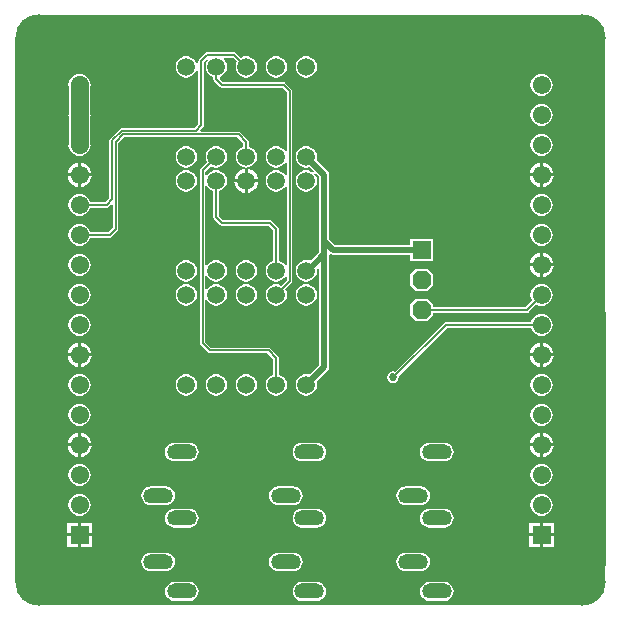
<source format=gbl>
G04 Layer_Physical_Order=2*
G04 Layer_Color=11436288*
%FSLAX23Y23*%
%MOIN*%
G70*
G01*
G75*
%ADD18C,0.008*%
%ADD19C,0.060*%
%ADD20C,0.020*%
%ADD22C,0.006*%
G04:AMPARAMS|DCode=23|XSize=100mil|YSize=50mil|CornerRadius=25mil|HoleSize=0mil|Usage=FLASHONLY|Rotation=180.000|XOffset=0mil|YOffset=0mil|HoleType=Round|Shape=RoundedRectangle|*
%AMROUNDEDRECTD23*
21,1,0.100,0.000,0,0,180.0*
21,1,0.050,0.050,0,0,180.0*
1,1,0.050,-0.025,0.000*
1,1,0.050,0.025,0.000*
1,1,0.050,0.025,0.000*
1,1,0.050,-0.025,0.000*
%
%ADD23ROUNDEDRECTD23*%
%ADD24P,0.067X8X292.5*%
%ADD25R,0.062X0.062*%
%ADD26R,0.061X0.061*%
%ADD27C,0.061*%
%ADD28C,0.059*%
%ADD29C,0.158*%
%ADD30C,0.050*%
%ADD31C,0.027*%
G36*
X1837Y1969D02*
X1889Y1969D01*
X1948Y1929D01*
X1968Y1890D01*
X1968Y1839D01*
X1968Y1839D01*
X1969Y132D01*
X1968Y132D01*
X1968Y79D01*
X1929Y20D01*
X1889Y0D01*
X1791Y0D01*
Y0D01*
X1771D01*
Y-0D01*
X1643D01*
Y0D01*
X325D01*
Y0D01*
X196D01*
Y0D01*
X177D01*
Y0D01*
X78Y0D01*
X19Y39D01*
X-0Y79D01*
X-0Y177D01*
X-0D01*
X-0Y197D01*
X-0D01*
Y1672D01*
X-1Y1836D01*
X-0Y1836D01*
X-0Y1890D01*
X39Y1949D01*
X78Y1969D01*
X130Y1969D01*
X130Y1969D01*
X1836Y1969D01*
X1837Y1969D01*
D02*
G37*
%LPC*%
G36*
X1750Y530D02*
X1715D01*
X1715Y524D01*
X1719Y515D01*
X1726Y506D01*
X1734Y500D01*
X1744Y496D01*
X1750Y495D01*
Y530D01*
D02*
G37*
G36*
X255D02*
X220D01*
Y495D01*
X225Y496D01*
X235Y500D01*
X244Y506D01*
X250Y515D01*
X254Y524D01*
X255Y530D01*
D02*
G37*
G36*
X1795D02*
X1760D01*
Y495D01*
X1765Y496D01*
X1775Y500D01*
X1784Y506D01*
X1790Y515D01*
X1794Y524D01*
X1795Y530D01*
D02*
G37*
G36*
X220Y575D02*
Y540D01*
X255D01*
X254Y546D01*
X250Y555D01*
X244Y564D01*
X235Y570D01*
X225Y575D01*
X220Y575D01*
D02*
G37*
G36*
X210D02*
X204Y575D01*
X194Y570D01*
X186Y564D01*
X179Y555D01*
X175Y546D01*
X175Y540D01*
X210D01*
Y575D01*
D02*
G37*
G36*
Y530D02*
X175D01*
X175Y524D01*
X179Y515D01*
X186Y506D01*
X194Y500D01*
X204Y496D01*
X210Y495D01*
Y530D01*
D02*
G37*
G36*
X1755Y472D02*
X1745Y471D01*
X1736Y467D01*
X1729Y461D01*
X1723Y453D01*
X1719Y445D01*
X1718Y435D01*
X1719Y425D01*
X1723Y417D01*
X1729Y409D01*
X1736Y403D01*
X1745Y399D01*
X1755Y398D01*
X1764Y399D01*
X1773Y403D01*
X1781Y409D01*
X1787Y417D01*
X1790Y425D01*
X1792Y435D01*
X1790Y445D01*
X1787Y453D01*
X1781Y461D01*
X1773Y467D01*
X1764Y471D01*
X1755Y472D01*
D02*
G37*
G36*
X215D02*
X205Y471D01*
X196Y467D01*
X189Y461D01*
X183Y453D01*
X179Y445D01*
X178Y435D01*
X179Y425D01*
X183Y417D01*
X189Y409D01*
X196Y403D01*
X205Y399D01*
X215Y398D01*
X224Y399D01*
X233Y403D01*
X241Y409D01*
X247Y417D01*
X250Y425D01*
X252Y435D01*
X250Y445D01*
X247Y453D01*
X241Y461D01*
X233Y467D01*
X224Y471D01*
X215Y472D01*
D02*
G37*
G36*
X581Y542D02*
X531D01*
X523Y541D01*
X515Y538D01*
X509Y533D01*
X504Y527D01*
X501Y519D01*
X500Y511D01*
X501Y503D01*
X504Y496D01*
X509Y489D01*
X515Y484D01*
X523Y481D01*
X531Y480D01*
X581D01*
X589Y481D01*
X597Y484D01*
X603Y489D01*
X608Y496D01*
X611Y503D01*
X612Y511D01*
X611Y519D01*
X608Y527D01*
X603Y533D01*
X597Y538D01*
X589Y541D01*
X581Y542D01*
D02*
G37*
G36*
X1431D02*
X1381D01*
X1373Y541D01*
X1365Y538D01*
X1359Y533D01*
X1354Y527D01*
X1351Y519D01*
X1350Y511D01*
X1351Y503D01*
X1354Y496D01*
X1359Y489D01*
X1365Y484D01*
X1373Y481D01*
X1381Y480D01*
X1431D01*
X1439Y481D01*
X1447Y484D01*
X1453Y489D01*
X1458Y496D01*
X1461Y503D01*
X1462Y511D01*
X1461Y519D01*
X1458Y527D01*
X1453Y533D01*
X1447Y538D01*
X1439Y541D01*
X1431Y542D01*
D02*
G37*
G36*
X1006D02*
X956D01*
X948Y541D01*
X940Y538D01*
X934Y533D01*
X929Y527D01*
X926Y519D01*
X925Y511D01*
X926Y503D01*
X929Y496D01*
X934Y489D01*
X940Y484D01*
X948Y481D01*
X956Y480D01*
X1006D01*
X1014Y481D01*
X1022Y484D01*
X1028Y489D01*
X1033Y496D01*
X1036Y503D01*
X1037Y511D01*
X1036Y519D01*
X1033Y527D01*
X1028Y533D01*
X1022Y538D01*
X1014Y541D01*
X1006Y542D01*
D02*
G37*
G36*
X670Y771D02*
X661Y770D01*
X652Y766D01*
X645Y760D01*
X639Y753D01*
X636Y744D01*
X635Y735D01*
X636Y726D01*
X639Y717D01*
X645Y710D01*
X652Y704D01*
X661Y700D01*
X670Y699D01*
X680Y700D01*
X688Y704D01*
X696Y710D01*
X701Y717D01*
X705Y726D01*
X706Y735D01*
X705Y744D01*
X701Y753D01*
X696Y760D01*
X688Y766D01*
X680Y770D01*
X670Y771D01*
D02*
G37*
G36*
X570D02*
X561Y770D01*
X552Y766D01*
X545Y760D01*
X539Y753D01*
X536Y744D01*
X535Y735D01*
X536Y726D01*
X539Y717D01*
X545Y710D01*
X552Y704D01*
X561Y700D01*
X570Y699D01*
X580Y700D01*
X588Y704D01*
X596Y710D01*
X601Y717D01*
X605Y726D01*
X606Y735D01*
X605Y744D01*
X601Y753D01*
X596Y760D01*
X588Y766D01*
X580Y770D01*
X570Y771D01*
D02*
G37*
G36*
X770D02*
X761Y770D01*
X752Y766D01*
X745Y760D01*
X739Y753D01*
X736Y744D01*
X735Y735D01*
X736Y726D01*
X739Y717D01*
X745Y710D01*
X752Y704D01*
X761Y700D01*
X770Y699D01*
X780Y700D01*
X788Y704D01*
X796Y710D01*
X801Y717D01*
X805Y726D01*
X806Y735D01*
X805Y744D01*
X801Y753D01*
X796Y760D01*
X788Y766D01*
X780Y770D01*
X770Y771D01*
D02*
G37*
G36*
X255Y830D02*
X220D01*
Y795D01*
X225Y796D01*
X235Y800D01*
X244Y806D01*
X250Y815D01*
X254Y824D01*
X255Y830D01*
D02*
G37*
G36*
X210D02*
X175D01*
X175Y824D01*
X179Y815D01*
X186Y806D01*
X194Y800D01*
X204Y796D01*
X210Y795D01*
Y830D01*
D02*
G37*
G36*
X1755Y772D02*
X1745Y771D01*
X1736Y767D01*
X1729Y761D01*
X1723Y753D01*
X1719Y745D01*
X1718Y735D01*
X1719Y725D01*
X1723Y717D01*
X1729Y709D01*
X1736Y703D01*
X1745Y699D01*
X1755Y698D01*
X1764Y699D01*
X1773Y703D01*
X1781Y709D01*
X1787Y717D01*
X1790Y725D01*
X1792Y735D01*
X1790Y745D01*
X1787Y753D01*
X1781Y761D01*
X1773Y767D01*
X1764Y771D01*
X1755Y772D01*
D02*
G37*
G36*
X1760Y575D02*
Y540D01*
X1795D01*
X1794Y546D01*
X1790Y555D01*
X1784Y564D01*
X1775Y570D01*
X1765Y575D01*
X1760Y575D01*
D02*
G37*
G36*
X1750D02*
X1744Y575D01*
X1734Y570D01*
X1726Y564D01*
X1719Y555D01*
X1715Y546D01*
X1715Y540D01*
X1750D01*
Y575D01*
D02*
G37*
G36*
X215Y672D02*
X205Y671D01*
X196Y667D01*
X189Y661D01*
X183Y653D01*
X179Y645D01*
X178Y635D01*
X179Y625D01*
X183Y617D01*
X189Y609D01*
X196Y603D01*
X205Y599D01*
X215Y598D01*
X224Y599D01*
X233Y603D01*
X241Y609D01*
X247Y617D01*
X250Y625D01*
X252Y635D01*
X250Y645D01*
X247Y653D01*
X241Y661D01*
X233Y667D01*
X224Y671D01*
X215Y672D01*
D02*
G37*
G36*
Y772D02*
X205Y771D01*
X196Y767D01*
X189Y761D01*
X183Y753D01*
X179Y745D01*
X178Y735D01*
X179Y725D01*
X183Y717D01*
X189Y709D01*
X196Y703D01*
X205Y699D01*
X215Y698D01*
X224Y699D01*
X233Y703D01*
X241Y709D01*
X247Y717D01*
X250Y725D01*
X252Y735D01*
X250Y745D01*
X247Y753D01*
X241Y761D01*
X233Y767D01*
X224Y771D01*
X215Y772D01*
D02*
G37*
G36*
X1755Y672D02*
X1745Y671D01*
X1736Y667D01*
X1729Y661D01*
X1723Y653D01*
X1719Y645D01*
X1718Y635D01*
X1719Y625D01*
X1723Y617D01*
X1729Y609D01*
X1736Y603D01*
X1745Y599D01*
X1755Y598D01*
X1764Y599D01*
X1773Y603D01*
X1781Y609D01*
X1787Y617D01*
X1790Y625D01*
X1792Y635D01*
X1790Y645D01*
X1787Y653D01*
X1781Y661D01*
X1773Y667D01*
X1764Y671D01*
X1755Y672D01*
D02*
G37*
G36*
X255Y230D02*
X220D01*
Y195D01*
X255D01*
Y230D01*
D02*
G37*
G36*
X210D02*
X174D01*
Y195D01*
X210D01*
Y230D01*
D02*
G37*
G36*
X1750D02*
X1714D01*
Y195D01*
X1750D01*
Y230D01*
D02*
G37*
G36*
X210Y276D02*
X174D01*
Y240D01*
X210D01*
Y276D01*
D02*
G37*
G36*
X1795Y230D02*
X1760D01*
Y195D01*
X1795D01*
Y230D01*
D02*
G37*
G36*
X1352Y176D02*
X1302D01*
X1294Y175D01*
X1287Y172D01*
X1280Y167D01*
X1275Y161D01*
X1272Y153D01*
X1271Y145D01*
X1272Y137D01*
X1275Y129D01*
X1280Y123D01*
X1287Y118D01*
X1294Y115D01*
X1302Y114D01*
X1352D01*
X1360Y115D01*
X1368Y118D01*
X1374Y123D01*
X1379Y129D01*
X1383Y137D01*
X1384Y145D01*
X1383Y153D01*
X1379Y161D01*
X1374Y167D01*
X1368Y172D01*
X1360Y175D01*
X1352Y176D01*
D02*
G37*
G36*
X1006Y78D02*
X956D01*
X948Y77D01*
X940Y74D01*
X934Y69D01*
X929Y62D01*
X926Y55D01*
X925Y47D01*
X926Y39D01*
X929Y31D01*
X934Y25D01*
X940Y20D01*
X948Y16D01*
X956Y15D01*
X1006D01*
X1014Y16D01*
X1022Y20D01*
X1028Y25D01*
X1033Y31D01*
X1036Y39D01*
X1037Y47D01*
X1036Y55D01*
X1033Y62D01*
X1028Y69D01*
X1022Y74D01*
X1014Y77D01*
X1006Y78D01*
D02*
G37*
G36*
X581D02*
X531D01*
X523Y77D01*
X515Y74D01*
X509Y69D01*
X504Y62D01*
X501Y55D01*
X500Y47D01*
X501Y39D01*
X504Y31D01*
X509Y25D01*
X515Y20D01*
X523Y16D01*
X531Y15D01*
X581D01*
X589Y16D01*
X597Y20D01*
X603Y25D01*
X608Y31D01*
X611Y39D01*
X612Y47D01*
X611Y55D01*
X608Y62D01*
X603Y69D01*
X597Y74D01*
X589Y77D01*
X581Y78D01*
D02*
G37*
G36*
X1431D02*
X1381D01*
X1373Y77D01*
X1365Y74D01*
X1359Y69D01*
X1354Y62D01*
X1351Y55D01*
X1350Y47D01*
X1351Y39D01*
X1354Y31D01*
X1359Y25D01*
X1365Y20D01*
X1373Y16D01*
X1381Y15D01*
X1431D01*
X1439Y16D01*
X1447Y20D01*
X1453Y25D01*
X1458Y31D01*
X1461Y39D01*
X1462Y47D01*
X1461Y55D01*
X1458Y62D01*
X1453Y69D01*
X1447Y74D01*
X1439Y77D01*
X1431Y78D01*
D02*
G37*
G36*
X927Y176D02*
X877D01*
X869Y175D01*
X862Y172D01*
X855Y167D01*
X850Y161D01*
X847Y153D01*
X846Y145D01*
X847Y137D01*
X850Y129D01*
X855Y123D01*
X862Y118D01*
X869Y115D01*
X877Y114D01*
X927D01*
X935Y115D01*
X943Y118D01*
X949Y123D01*
X954Y129D01*
X958Y137D01*
X959Y145D01*
X958Y153D01*
X954Y161D01*
X949Y167D01*
X943Y172D01*
X935Y175D01*
X927Y176D01*
D02*
G37*
G36*
X502D02*
X452D01*
X444Y175D01*
X437Y172D01*
X430Y167D01*
X425Y161D01*
X422Y153D01*
X421Y145D01*
X422Y137D01*
X425Y129D01*
X430Y123D01*
X437Y118D01*
X444Y115D01*
X452Y114D01*
X502D01*
X510Y115D01*
X518Y118D01*
X524Y123D01*
X529Y129D01*
X533Y137D01*
X534Y145D01*
X533Y153D01*
X529Y161D01*
X524Y167D01*
X518Y172D01*
X510Y175D01*
X502Y176D01*
D02*
G37*
G36*
X1755Y372D02*
X1745Y371D01*
X1736Y367D01*
X1729Y361D01*
X1723Y353D01*
X1719Y345D01*
X1718Y335D01*
X1719Y325D01*
X1723Y317D01*
X1729Y309D01*
X1736Y303D01*
X1745Y299D01*
X1755Y298D01*
X1764Y299D01*
X1773Y303D01*
X1781Y309D01*
X1787Y317D01*
X1790Y325D01*
X1792Y335D01*
X1790Y345D01*
X1787Y353D01*
X1781Y361D01*
X1773Y367D01*
X1764Y371D01*
X1755Y372D01*
D02*
G37*
G36*
X215D02*
X205Y371D01*
X196Y367D01*
X189Y361D01*
X183Y353D01*
X179Y345D01*
X178Y335D01*
X179Y325D01*
X183Y317D01*
X189Y309D01*
X196Y303D01*
X205Y299D01*
X215Y298D01*
X224Y299D01*
X233Y303D01*
X241Y309D01*
X247Y317D01*
X250Y325D01*
X252Y335D01*
X250Y345D01*
X247Y353D01*
X241Y361D01*
X233Y367D01*
X224Y371D01*
X215Y372D01*
D02*
G37*
G36*
X502Y397D02*
X452D01*
X444Y396D01*
X437Y393D01*
X430Y388D01*
X425Y381D01*
X422Y374D01*
X421Y366D01*
X422Y357D01*
X425Y350D01*
X430Y343D01*
X437Y338D01*
X444Y335D01*
X452Y334D01*
X502D01*
X510Y335D01*
X518Y338D01*
X524Y343D01*
X529Y350D01*
X533Y357D01*
X534Y366D01*
X533Y374D01*
X529Y381D01*
X524Y388D01*
X518Y393D01*
X510Y396D01*
X502Y397D01*
D02*
G37*
G36*
X1352D02*
X1302D01*
X1294Y396D01*
X1287Y393D01*
X1280Y388D01*
X1275Y381D01*
X1272Y374D01*
X1271Y366D01*
X1272Y357D01*
X1275Y350D01*
X1280Y343D01*
X1287Y338D01*
X1294Y335D01*
X1302Y334D01*
X1352D01*
X1360Y335D01*
X1368Y338D01*
X1374Y343D01*
X1379Y350D01*
X1383Y357D01*
X1384Y366D01*
X1383Y374D01*
X1379Y381D01*
X1374Y388D01*
X1368Y393D01*
X1360Y396D01*
X1352Y397D01*
D02*
G37*
G36*
X927D02*
X877D01*
X869Y396D01*
X862Y393D01*
X855Y388D01*
X850Y381D01*
X847Y374D01*
X846Y366D01*
X847Y357D01*
X850Y350D01*
X855Y343D01*
X862Y338D01*
X869Y335D01*
X877Y334D01*
X927D01*
X935Y335D01*
X943Y338D01*
X949Y343D01*
X954Y350D01*
X958Y357D01*
X959Y366D01*
X958Y374D01*
X954Y381D01*
X949Y388D01*
X943Y393D01*
X935Y396D01*
X927Y397D01*
D02*
G37*
G36*
X1431Y322D02*
X1381D01*
X1373Y321D01*
X1365Y318D01*
X1359Y313D01*
X1354Y306D01*
X1351Y299D01*
X1350Y291D01*
X1351Y283D01*
X1354Y275D01*
X1359Y269D01*
X1365Y264D01*
X1373Y261D01*
X1381Y259D01*
X1431D01*
X1439Y261D01*
X1447Y264D01*
X1453Y269D01*
X1458Y275D01*
X1461Y283D01*
X1462Y291D01*
X1461Y299D01*
X1458Y306D01*
X1453Y313D01*
X1447Y318D01*
X1439Y321D01*
X1431Y322D01*
D02*
G37*
G36*
X1750Y276D02*
X1714D01*
Y240D01*
X1750D01*
Y276D01*
D02*
G37*
G36*
X255D02*
X220D01*
Y240D01*
X255D01*
Y276D01*
D02*
G37*
G36*
X1795D02*
X1760D01*
Y240D01*
X1795D01*
Y276D01*
D02*
G37*
G36*
X1006Y322D02*
X956D01*
X948Y321D01*
X940Y318D01*
X934Y313D01*
X929Y306D01*
X926Y299D01*
X925Y291D01*
X926Y283D01*
X929Y275D01*
X934Y269D01*
X940Y264D01*
X948Y261D01*
X956Y259D01*
X1006D01*
X1014Y261D01*
X1022Y264D01*
X1028Y269D01*
X1033Y275D01*
X1036Y283D01*
X1037Y291D01*
X1036Y299D01*
X1033Y306D01*
X1028Y313D01*
X1022Y318D01*
X1014Y321D01*
X1006Y322D01*
D02*
G37*
G36*
X581D02*
X531D01*
X523Y321D01*
X515Y318D01*
X509Y313D01*
X504Y306D01*
X501Y299D01*
X500Y291D01*
X501Y283D01*
X504Y275D01*
X509Y269D01*
X515Y264D01*
X523Y261D01*
X531Y259D01*
X581D01*
X589Y261D01*
X597Y264D01*
X603Y269D01*
X608Y275D01*
X611Y283D01*
X612Y291D01*
X611Y299D01*
X608Y306D01*
X603Y313D01*
X597Y318D01*
X589Y321D01*
X581Y322D01*
D02*
G37*
G36*
X1750Y830D02*
X1715D01*
X1715Y824D01*
X1719Y815D01*
X1726Y806D01*
X1734Y800D01*
X1744Y796D01*
X1750Y795D01*
Y830D01*
D02*
G37*
G36*
X765Y1454D02*
X760Y1454D01*
X750Y1450D01*
X742Y1443D01*
X736Y1435D01*
X732Y1425D01*
X731Y1420D01*
X765D01*
Y1454D01*
D02*
G37*
G36*
X1795Y1430D02*
X1760D01*
Y1395D01*
X1765Y1396D01*
X1775Y1400D01*
X1784Y1406D01*
X1790Y1415D01*
X1794Y1424D01*
X1795Y1430D01*
D02*
G37*
G36*
X775Y1454D02*
Y1420D01*
X810D01*
X809Y1425D01*
X805Y1435D01*
X799Y1443D01*
X790Y1450D01*
X781Y1454D01*
X775Y1454D01*
D02*
G37*
G36*
X220Y1475D02*
Y1440D01*
X255D01*
X254Y1446D01*
X250Y1455D01*
X244Y1464D01*
X235Y1470D01*
X225Y1474D01*
X220Y1475D01*
D02*
G37*
G36*
X210D02*
X204Y1474D01*
X194Y1470D01*
X186Y1464D01*
X179Y1455D01*
X175Y1446D01*
X175Y1440D01*
X210D01*
Y1475D01*
D02*
G37*
G36*
X1750Y1430D02*
X1715D01*
X1715Y1424D01*
X1719Y1415D01*
X1726Y1406D01*
X1734Y1400D01*
X1744Y1396D01*
X1750Y1395D01*
Y1430D01*
D02*
G37*
G36*
X810Y1410D02*
X775D01*
Y1376D01*
X781Y1376D01*
X790Y1380D01*
X799Y1387D01*
X805Y1395D01*
X809Y1405D01*
X810Y1410D01*
D02*
G37*
G36*
X765D02*
X731D01*
X732Y1405D01*
X736Y1395D01*
X742Y1387D01*
X750Y1380D01*
X760Y1376D01*
X765Y1376D01*
Y1410D01*
D02*
G37*
G36*
X570Y1451D02*
X561Y1450D01*
X552Y1446D01*
X545Y1440D01*
X539Y1433D01*
X536Y1424D01*
X535Y1415D01*
X536Y1406D01*
X539Y1397D01*
X545Y1390D01*
X552Y1384D01*
X561Y1380D01*
X570Y1379D01*
X580Y1380D01*
X588Y1384D01*
X596Y1390D01*
X601Y1397D01*
X605Y1406D01*
X606Y1415D01*
X605Y1424D01*
X601Y1433D01*
X596Y1440D01*
X588Y1446D01*
X580Y1450D01*
X570Y1451D01*
D02*
G37*
G36*
X255Y1430D02*
X220D01*
Y1395D01*
X225Y1396D01*
X235Y1400D01*
X244Y1406D01*
X250Y1415D01*
X254Y1424D01*
X255Y1430D01*
D02*
G37*
G36*
X210D02*
X175D01*
X175Y1424D01*
X179Y1415D01*
X186Y1406D01*
X194Y1400D01*
X204Y1396D01*
X210Y1395D01*
Y1430D01*
D02*
G37*
G36*
X1755Y1772D02*
X1745Y1771D01*
X1736Y1767D01*
X1729Y1761D01*
X1723Y1753D01*
X1719Y1745D01*
X1718Y1735D01*
X1719Y1725D01*
X1723Y1717D01*
X1729Y1709D01*
X1736Y1703D01*
X1745Y1699D01*
X1755Y1698D01*
X1764Y1699D01*
X1773Y1703D01*
X1781Y1709D01*
X1787Y1717D01*
X1790Y1725D01*
X1792Y1735D01*
X1790Y1745D01*
X1787Y1753D01*
X1781Y1761D01*
X1773Y1767D01*
X1764Y1771D01*
X1755Y1772D01*
D02*
G37*
G36*
Y1672D02*
X1745Y1671D01*
X1736Y1667D01*
X1729Y1661D01*
X1723Y1653D01*
X1719Y1645D01*
X1718Y1635D01*
X1719Y1625D01*
X1723Y1617D01*
X1729Y1609D01*
X1736Y1603D01*
X1745Y1599D01*
X1755Y1598D01*
X1764Y1599D01*
X1773Y1603D01*
X1781Y1609D01*
X1787Y1617D01*
X1790Y1625D01*
X1792Y1635D01*
X1790Y1645D01*
X1787Y1653D01*
X1781Y1661D01*
X1773Y1667D01*
X1764Y1671D01*
X1755Y1672D01*
D02*
G37*
G36*
X870Y1831D02*
X861Y1830D01*
X852Y1826D01*
X845Y1820D01*
X839Y1813D01*
X836Y1804D01*
X835Y1795D01*
X836Y1786D01*
X839Y1777D01*
X845Y1770D01*
X852Y1764D01*
X861Y1760D01*
X870Y1759D01*
X880Y1760D01*
X888Y1764D01*
X896Y1770D01*
X901Y1777D01*
X905Y1786D01*
X906Y1795D01*
X905Y1804D01*
X901Y1813D01*
X896Y1820D01*
X888Y1826D01*
X880Y1830D01*
X870Y1831D01*
D02*
G37*
G36*
X730Y1844D02*
X640D01*
X636Y1843D01*
X634Y1841D01*
X614Y1821D01*
X612Y1819D01*
X611Y1815D01*
Y1798D01*
X606Y1798D01*
X605Y1804D01*
X601Y1813D01*
X596Y1820D01*
X588Y1826D01*
X580Y1830D01*
X570Y1831D01*
X561Y1830D01*
X552Y1826D01*
X545Y1820D01*
X539Y1813D01*
X536Y1804D01*
X535Y1795D01*
X536Y1786D01*
X539Y1777D01*
X545Y1770D01*
X552Y1764D01*
X561Y1760D01*
X570Y1759D01*
X580Y1760D01*
X588Y1764D01*
X596Y1770D01*
X601Y1777D01*
X605Y1786D01*
X606Y1792D01*
X611Y1792D01*
Y1604D01*
X598Y1591D01*
X355D01*
X352Y1590D01*
X349Y1588D01*
X317Y1556D01*
X315Y1553D01*
X314Y1550D01*
Y1357D01*
X301Y1344D01*
X250D01*
X250Y1345D01*
X247Y1353D01*
X241Y1361D01*
X233Y1367D01*
X224Y1371D01*
X215Y1372D01*
X205Y1371D01*
X196Y1367D01*
X189Y1361D01*
X183Y1353D01*
X179Y1345D01*
X178Y1335D01*
X179Y1325D01*
X183Y1317D01*
X189Y1309D01*
X196Y1303D01*
X205Y1299D01*
X215Y1298D01*
X224Y1299D01*
X233Y1303D01*
X241Y1309D01*
X247Y1317D01*
X250Y1325D01*
X250Y1326D01*
X305D01*
X309Y1327D01*
X312Y1329D01*
X321Y1338D01*
X326Y1336D01*
Y1259D01*
X311Y1244D01*
X250D01*
X250Y1245D01*
X247Y1253D01*
X241Y1261D01*
X233Y1267D01*
X224Y1271D01*
X215Y1272D01*
X205Y1271D01*
X196Y1267D01*
X189Y1261D01*
X183Y1253D01*
X179Y1245D01*
X178Y1235D01*
X179Y1225D01*
X183Y1217D01*
X189Y1209D01*
X196Y1203D01*
X205Y1199D01*
X215Y1198D01*
X224Y1199D01*
X233Y1203D01*
X241Y1209D01*
X247Y1217D01*
X250Y1225D01*
X250Y1226D01*
X315D01*
X319Y1227D01*
X322Y1229D01*
X341Y1249D01*
X343Y1251D01*
X344Y1255D01*
Y1541D01*
X364Y1561D01*
X741D01*
X761Y1541D01*
Y1530D01*
X761Y1530D01*
X752Y1526D01*
X745Y1520D01*
X739Y1513D01*
X736Y1504D01*
X735Y1495D01*
X736Y1486D01*
X739Y1477D01*
X745Y1470D01*
X752Y1464D01*
X761Y1460D01*
X768Y1460D01*
Y1459D01*
X770D01*
X770Y1459D01*
X771Y1459D01*
X773D01*
Y1460D01*
X780Y1460D01*
X788Y1464D01*
X796Y1470D01*
X801Y1477D01*
X805Y1486D01*
X806Y1495D01*
X805Y1504D01*
X801Y1513D01*
X796Y1520D01*
X788Y1526D01*
X780Y1530D01*
X780Y1530D01*
Y1545D01*
X779Y1548D01*
X777Y1551D01*
X751Y1576D01*
X749Y1578D01*
X745Y1579D01*
X619D01*
X617Y1584D01*
X626Y1594D01*
X628Y1596D01*
X629Y1597D01*
X629Y1600D01*
Y1811D01*
X640Y1822D01*
X644Y1819D01*
X639Y1813D01*
X636Y1804D01*
X635Y1795D01*
X636Y1786D01*
X639Y1777D01*
X645Y1770D01*
X652Y1764D01*
X661Y1760D01*
X661Y1760D01*
Y1755D01*
X662Y1751D01*
X664Y1748D01*
X684Y1729D01*
X686Y1727D01*
X687Y1726D01*
X690Y1726D01*
X891D01*
X906Y1711D01*
Y1515D01*
X904Y1514D01*
X901Y1514D01*
X896Y1520D01*
X888Y1526D01*
X880Y1530D01*
X870Y1531D01*
X861Y1530D01*
X852Y1526D01*
X845Y1520D01*
X839Y1513D01*
X836Y1504D01*
X835Y1495D01*
X836Y1486D01*
X839Y1477D01*
X845Y1470D01*
X852Y1464D01*
X861Y1460D01*
X870Y1459D01*
X880Y1460D01*
X888Y1464D01*
X896Y1470D01*
X901Y1476D01*
X904Y1476D01*
X906Y1475D01*
Y1435D01*
X904Y1434D01*
X901Y1434D01*
X896Y1440D01*
X888Y1446D01*
X880Y1450D01*
X870Y1451D01*
X861Y1450D01*
X852Y1446D01*
X845Y1440D01*
X839Y1433D01*
X836Y1424D01*
X835Y1415D01*
X836Y1406D01*
X839Y1397D01*
X845Y1390D01*
X852Y1384D01*
X861Y1380D01*
X870Y1379D01*
X880Y1380D01*
X888Y1384D01*
X896Y1390D01*
X901Y1396D01*
X904Y1396D01*
X906Y1395D01*
Y1135D01*
X904Y1134D01*
X901Y1134D01*
X896Y1140D01*
X888Y1146D01*
X880Y1150D01*
X880Y1150D01*
Y1255D01*
X879Y1258D01*
X877Y1261D01*
X856Y1281D01*
X854Y1283D01*
X850Y1284D01*
X694D01*
X680Y1298D01*
Y1380D01*
X680Y1380D01*
X688Y1384D01*
X696Y1390D01*
X701Y1397D01*
X705Y1406D01*
X706Y1415D01*
X705Y1424D01*
X701Y1433D01*
X696Y1440D01*
X688Y1446D01*
X680Y1450D01*
X670Y1451D01*
X661Y1450D01*
X652Y1446D01*
X645Y1440D01*
X639Y1433D01*
X639Y1432D01*
X634Y1433D01*
Y1446D01*
X652Y1464D01*
X652Y1464D01*
X661Y1460D01*
X670Y1459D01*
X680Y1460D01*
X688Y1464D01*
X696Y1470D01*
X701Y1477D01*
X705Y1486D01*
X706Y1495D01*
X705Y1504D01*
X701Y1513D01*
X696Y1520D01*
X688Y1526D01*
X680Y1530D01*
X670Y1531D01*
X661Y1530D01*
X652Y1526D01*
X645Y1520D01*
X639Y1513D01*
X636Y1504D01*
X635Y1495D01*
X636Y1486D01*
X639Y1477D01*
X639Y1477D01*
X619Y1456D01*
X617Y1453D01*
X616Y1450D01*
Y875D01*
X617Y871D01*
X619Y869D01*
X644Y844D01*
X646Y842D01*
X647Y841D01*
X650Y841D01*
X841D01*
X861Y821D01*
Y770D01*
X861Y770D01*
X852Y766D01*
X845Y760D01*
X839Y753D01*
X836Y744D01*
X835Y735D01*
X836Y726D01*
X839Y717D01*
X845Y710D01*
X852Y704D01*
X861Y700D01*
X870Y699D01*
X880Y700D01*
X888Y704D01*
X896Y710D01*
X901Y717D01*
X905Y726D01*
X906Y735D01*
X905Y744D01*
X901Y753D01*
X896Y760D01*
X888Y766D01*
X880Y770D01*
X880Y770D01*
Y825D01*
X879Y828D01*
X877Y831D01*
X851Y856D01*
X849Y858D01*
X845Y859D01*
X654D01*
X634Y879D01*
Y1017D01*
X639Y1018D01*
X639Y1017D01*
X645Y1010D01*
X652Y1004D01*
X661Y1000D01*
X670Y999D01*
X680Y1000D01*
X688Y1004D01*
X696Y1010D01*
X701Y1017D01*
X705Y1026D01*
X706Y1035D01*
X705Y1044D01*
X701Y1053D01*
X696Y1060D01*
X688Y1066D01*
X680Y1070D01*
X670Y1071D01*
X661Y1070D01*
X652Y1066D01*
X645Y1060D01*
X639Y1053D01*
X639Y1052D01*
X634Y1053D01*
Y1097D01*
X639Y1098D01*
X639Y1097D01*
X645Y1090D01*
X652Y1084D01*
X661Y1080D01*
X670Y1079D01*
X680Y1080D01*
X688Y1084D01*
X696Y1090D01*
X701Y1097D01*
X705Y1106D01*
X706Y1115D01*
X705Y1124D01*
X701Y1133D01*
X696Y1140D01*
X688Y1146D01*
X680Y1150D01*
X670Y1151D01*
X661Y1150D01*
X652Y1146D01*
X645Y1140D01*
X639Y1133D01*
X639Y1132D01*
X634Y1133D01*
Y1397D01*
X639Y1398D01*
X639Y1397D01*
X645Y1390D01*
X652Y1384D01*
X661Y1380D01*
X661Y1380D01*
Y1295D01*
X662Y1291D01*
X664Y1288D01*
X684Y1269D01*
X686Y1267D01*
X687Y1266D01*
X690Y1266D01*
X846D01*
X861Y1251D01*
Y1150D01*
X861Y1150D01*
X852Y1146D01*
X845Y1140D01*
X839Y1133D01*
X836Y1124D01*
X835Y1115D01*
X836Y1106D01*
X839Y1097D01*
X845Y1090D01*
X852Y1084D01*
X861Y1080D01*
X870Y1079D01*
X880Y1080D01*
X888Y1084D01*
X896Y1090D01*
X901Y1096D01*
X904Y1096D01*
X906Y1095D01*
Y1083D01*
X888Y1066D01*
X888Y1066D01*
X880Y1070D01*
X870Y1071D01*
X861Y1070D01*
X852Y1066D01*
X845Y1060D01*
X839Y1053D01*
X836Y1044D01*
X835Y1035D01*
X836Y1026D01*
X839Y1017D01*
X845Y1010D01*
X852Y1004D01*
X861Y1000D01*
X870Y999D01*
X880Y1000D01*
X888Y1004D01*
X896Y1010D01*
X901Y1017D01*
X905Y1026D01*
X906Y1035D01*
X905Y1044D01*
X901Y1053D01*
X901Y1053D01*
X921Y1073D01*
X923Y1076D01*
X924Y1080D01*
Y1715D01*
X923Y1719D01*
X921Y1721D01*
X901Y1741D01*
X899Y1743D01*
X895Y1744D01*
X694D01*
X682Y1756D01*
X683Y1762D01*
X688Y1764D01*
X696Y1770D01*
X701Y1777D01*
X705Y1786D01*
X706Y1795D01*
X705Y1804D01*
X701Y1813D01*
X696Y1820D01*
X695Y1821D01*
X696Y1826D01*
X727D01*
X739Y1813D01*
X739Y1813D01*
X736Y1804D01*
X735Y1795D01*
X736Y1786D01*
X739Y1777D01*
X745Y1770D01*
X752Y1764D01*
X761Y1760D01*
X770Y1759D01*
X780Y1760D01*
X788Y1764D01*
X796Y1770D01*
X801Y1777D01*
X805Y1786D01*
X806Y1795D01*
X805Y1804D01*
X801Y1813D01*
X796Y1820D01*
X788Y1826D01*
X780Y1830D01*
X770Y1831D01*
X761Y1830D01*
X752Y1826D01*
X752Y1826D01*
X737Y1841D01*
X734Y1843D01*
X730Y1844D01*
D02*
G37*
G36*
X970Y1831D02*
X961Y1830D01*
X952Y1826D01*
X945Y1820D01*
X939Y1813D01*
X936Y1804D01*
X935Y1795D01*
X936Y1786D01*
X939Y1777D01*
X945Y1770D01*
X952Y1764D01*
X961Y1760D01*
X970Y1759D01*
X980Y1760D01*
X988Y1764D01*
X996Y1770D01*
X1001Y1777D01*
X1005Y1786D01*
X1006Y1795D01*
X1005Y1804D01*
X1001Y1813D01*
X996Y1820D01*
X988Y1826D01*
X980Y1830D01*
X970Y1831D01*
D02*
G37*
G36*
X1755Y1572D02*
X1745Y1571D01*
X1736Y1567D01*
X1729Y1561D01*
X1723Y1553D01*
X1719Y1545D01*
X1718Y1535D01*
X1719Y1525D01*
X1723Y1517D01*
X1729Y1509D01*
X1736Y1503D01*
X1745Y1499D01*
X1755Y1498D01*
X1764Y1499D01*
X1773Y1503D01*
X1781Y1509D01*
X1787Y1517D01*
X1790Y1525D01*
X1792Y1535D01*
X1790Y1545D01*
X1787Y1553D01*
X1781Y1561D01*
X1773Y1567D01*
X1764Y1571D01*
X1755Y1572D01*
D02*
G37*
G36*
X1760Y1475D02*
Y1440D01*
X1795D01*
X1794Y1446D01*
X1790Y1455D01*
X1784Y1464D01*
X1775Y1470D01*
X1765Y1474D01*
X1760Y1475D01*
D02*
G37*
G36*
X1750D02*
X1744Y1474D01*
X1734Y1470D01*
X1726Y1464D01*
X1719Y1455D01*
X1715Y1446D01*
X1715Y1440D01*
X1750D01*
Y1475D01*
D02*
G37*
G36*
X970Y1531D02*
X961Y1530D01*
X952Y1526D01*
X945Y1520D01*
X939Y1513D01*
X936Y1504D01*
X935Y1495D01*
X936Y1486D01*
X939Y1477D01*
X945Y1470D01*
X952Y1464D01*
X961Y1460D01*
X970Y1459D01*
X980Y1460D01*
X981Y1461D01*
X996Y1447D01*
X992Y1443D01*
X988Y1446D01*
X980Y1450D01*
X970Y1451D01*
X961Y1450D01*
X952Y1446D01*
X945Y1440D01*
X939Y1433D01*
X936Y1424D01*
X935Y1415D01*
X936Y1406D01*
X939Y1397D01*
X945Y1390D01*
X952Y1384D01*
X961Y1380D01*
X970Y1379D01*
X980Y1380D01*
X988Y1384D01*
X996Y1390D01*
X1001Y1397D01*
X1005Y1406D01*
X1006Y1415D01*
X1005Y1424D01*
X1001Y1433D01*
X998Y1437D01*
X1002Y1440D01*
X1014Y1429D01*
Y1215D01*
Y1177D01*
X985Y1148D01*
X980Y1150D01*
X970Y1151D01*
X961Y1150D01*
X952Y1146D01*
X945Y1140D01*
X939Y1133D01*
X936Y1124D01*
X935Y1115D01*
X936Y1106D01*
X939Y1097D01*
X945Y1090D01*
X952Y1084D01*
X961Y1080D01*
X970Y1079D01*
X980Y1080D01*
X988Y1084D01*
X996Y1090D01*
X1001Y1097D01*
X1005Y1106D01*
X1006Y1115D01*
X1005Y1122D01*
X1009Y1126D01*
X1014Y1124D01*
Y801D01*
X981Y769D01*
X980Y770D01*
X970Y771D01*
X961Y770D01*
X952Y766D01*
X945Y760D01*
X939Y753D01*
X936Y744D01*
X935Y735D01*
X936Y726D01*
X939Y717D01*
X945Y710D01*
X952Y704D01*
X961Y700D01*
X970Y699D01*
X980Y700D01*
X988Y704D01*
X996Y710D01*
X1001Y717D01*
X1005Y726D01*
X1006Y735D01*
X1005Y744D01*
X1004Y746D01*
X1042Y783D01*
X1045Y788D01*
X1046Y795D01*
Y1169D01*
X1049Y1171D01*
X1051Y1172D01*
X1054Y1170D01*
X1060Y1169D01*
X1318D01*
Y1148D01*
X1392D01*
Y1222D01*
X1318D01*
Y1201D01*
X1067D01*
X1046Y1222D01*
Y1435D01*
X1045Y1442D01*
X1042Y1447D01*
X1004Y1484D01*
X1005Y1486D01*
X1006Y1495D01*
X1005Y1504D01*
X1001Y1513D01*
X996Y1520D01*
X988Y1526D01*
X980Y1530D01*
X970Y1531D01*
D02*
G37*
G36*
X215Y1772D02*
X205Y1771D01*
X196Y1767D01*
X189Y1761D01*
X183Y1753D01*
X179Y1745D01*
X178Y1735D01*
X179Y1731D01*
Y1639D01*
X178Y1635D01*
X179Y1631D01*
Y1539D01*
X178Y1535D01*
X179Y1525D01*
X183Y1517D01*
X189Y1509D01*
X196Y1503D01*
X205Y1499D01*
X215Y1498D01*
X224Y1499D01*
X233Y1503D01*
X241Y1509D01*
X247Y1517D01*
X250Y1525D01*
X252Y1535D01*
X251Y1539D01*
Y1631D01*
X252Y1635D01*
X251Y1639D01*
Y1731D01*
X252Y1735D01*
X250Y1745D01*
X247Y1753D01*
X241Y1761D01*
X233Y1767D01*
X224Y1771D01*
X215Y1772D01*
D02*
G37*
G36*
X570Y1531D02*
X561Y1530D01*
X552Y1526D01*
X545Y1520D01*
X539Y1513D01*
X536Y1504D01*
X535Y1495D01*
X536Y1486D01*
X539Y1477D01*
X545Y1470D01*
X552Y1464D01*
X561Y1460D01*
X570Y1459D01*
X580Y1460D01*
X588Y1464D01*
X596Y1470D01*
X601Y1477D01*
X605Y1486D01*
X606Y1495D01*
X605Y1504D01*
X601Y1513D01*
X596Y1520D01*
X588Y1526D01*
X580Y1530D01*
X570Y1531D01*
D02*
G37*
G36*
X1755Y1072D02*
X1745Y1071D01*
X1736Y1067D01*
X1729Y1061D01*
X1723Y1053D01*
X1719Y1045D01*
X1718Y1035D01*
X1719Y1025D01*
X1723Y1017D01*
X1701Y995D01*
X1392D01*
Y1003D01*
X1373Y1022D01*
X1337D01*
X1318Y1003D01*
Y966D01*
X1337Y948D01*
X1373D01*
X1392Y966D01*
Y975D01*
X1705D01*
X1709Y976D01*
X1712Y978D01*
X1737Y1003D01*
X1745Y999D01*
X1755Y998D01*
X1764Y999D01*
X1773Y1003D01*
X1781Y1009D01*
X1787Y1017D01*
X1790Y1025D01*
X1792Y1035D01*
X1790Y1045D01*
X1787Y1053D01*
X1781Y1061D01*
X1773Y1067D01*
X1764Y1071D01*
X1755Y1072D01*
D02*
G37*
G36*
Y972D02*
X1745Y971D01*
X1736Y967D01*
X1729Y961D01*
X1723Y953D01*
X1719Y945D01*
X1719Y944D01*
X1435D01*
X1432Y944D01*
X1432Y944D01*
X1429Y942D01*
X1266Y779D01*
X1260Y780D01*
X1252Y778D01*
X1246Y774D01*
X1242Y768D01*
X1240Y760D01*
X1242Y752D01*
X1246Y746D01*
X1252Y742D01*
X1260Y740D01*
X1268Y742D01*
X1274Y746D01*
X1278Y752D01*
X1280Y760D01*
X1279Y766D01*
X1439Y926D01*
X1719D01*
X1719Y925D01*
X1723Y917D01*
X1729Y909D01*
X1736Y903D01*
X1745Y899D01*
X1755Y898D01*
X1764Y899D01*
X1773Y903D01*
X1781Y909D01*
X1787Y917D01*
X1790Y925D01*
X1792Y935D01*
X1790Y945D01*
X1787Y953D01*
X1781Y961D01*
X1773Y967D01*
X1764Y971D01*
X1755Y972D01*
D02*
G37*
G36*
X215Y1072D02*
X205Y1071D01*
X196Y1067D01*
X189Y1061D01*
X183Y1053D01*
X179Y1045D01*
X178Y1035D01*
X179Y1025D01*
X183Y1017D01*
X189Y1009D01*
X196Y1003D01*
X205Y999D01*
X215Y998D01*
X224Y999D01*
X233Y1003D01*
X241Y1009D01*
X247Y1017D01*
X250Y1025D01*
X252Y1035D01*
X250Y1045D01*
X247Y1053D01*
X241Y1061D01*
X233Y1067D01*
X224Y1071D01*
X215Y1072D01*
D02*
G37*
G36*
X770Y1071D02*
X761Y1070D01*
X752Y1066D01*
X745Y1060D01*
X739Y1053D01*
X736Y1044D01*
X735Y1035D01*
X736Y1026D01*
X739Y1017D01*
X745Y1010D01*
X752Y1004D01*
X761Y1000D01*
X770Y999D01*
X780Y1000D01*
X788Y1004D01*
X796Y1010D01*
X801Y1017D01*
X805Y1026D01*
X806Y1035D01*
X805Y1044D01*
X801Y1053D01*
X796Y1060D01*
X788Y1066D01*
X780Y1070D01*
X770Y1071D01*
D02*
G37*
G36*
X570D02*
X561Y1070D01*
X552Y1066D01*
X545Y1060D01*
X539Y1053D01*
X536Y1044D01*
X535Y1035D01*
X536Y1026D01*
X539Y1017D01*
X545Y1010D01*
X552Y1004D01*
X561Y1000D01*
X570Y999D01*
X580Y1000D01*
X588Y1004D01*
X596Y1010D01*
X601Y1017D01*
X605Y1026D01*
X606Y1035D01*
X605Y1044D01*
X601Y1053D01*
X596Y1060D01*
X588Y1066D01*
X580Y1070D01*
X570Y1071D01*
D02*
G37*
G36*
X215Y972D02*
X205Y971D01*
X196Y967D01*
X189Y961D01*
X183Y953D01*
X179Y945D01*
X178Y935D01*
X179Y925D01*
X183Y917D01*
X189Y909D01*
X196Y903D01*
X205Y899D01*
X215Y898D01*
X224Y899D01*
X233Y903D01*
X241Y909D01*
X247Y917D01*
X250Y925D01*
X252Y935D01*
X250Y945D01*
X247Y953D01*
X241Y961D01*
X233Y967D01*
X224Y971D01*
X215Y972D01*
D02*
G37*
G36*
X210Y875D02*
X204Y874D01*
X194Y870D01*
X186Y864D01*
X179Y855D01*
X175Y846D01*
X175Y840D01*
X210D01*
Y875D01*
D02*
G37*
G36*
X1795Y830D02*
X1760D01*
Y795D01*
X1765Y796D01*
X1775Y800D01*
X1784Y806D01*
X1790Y815D01*
X1794Y824D01*
X1795Y830D01*
D02*
G37*
G36*
X220Y875D02*
Y840D01*
X255D01*
X254Y846D01*
X250Y855D01*
X244Y864D01*
X235Y870D01*
X225Y874D01*
X220Y875D01*
D02*
G37*
G36*
X1760D02*
Y840D01*
X1795D01*
X1794Y846D01*
X1790Y855D01*
X1784Y864D01*
X1775Y870D01*
X1765Y874D01*
X1760Y875D01*
D02*
G37*
G36*
X1750D02*
X1744Y874D01*
X1734Y870D01*
X1726Y864D01*
X1719Y855D01*
X1715Y846D01*
X1715Y840D01*
X1750D01*
Y875D01*
D02*
G37*
G36*
Y1175D02*
X1744Y1174D01*
X1734Y1170D01*
X1726Y1164D01*
X1719Y1155D01*
X1715Y1146D01*
X1715Y1140D01*
X1750D01*
Y1175D01*
D02*
G37*
G36*
X215Y1172D02*
X205Y1171D01*
X196Y1167D01*
X189Y1161D01*
X183Y1153D01*
X179Y1145D01*
X178Y1135D01*
X179Y1125D01*
X183Y1117D01*
X189Y1109D01*
X196Y1103D01*
X205Y1099D01*
X215Y1098D01*
X224Y1099D01*
X233Y1103D01*
X241Y1109D01*
X247Y1117D01*
X250Y1125D01*
X252Y1135D01*
X250Y1145D01*
X247Y1153D01*
X241Y1161D01*
X233Y1167D01*
X224Y1171D01*
X215Y1172D01*
D02*
G37*
G36*
X1760Y1175D02*
Y1140D01*
X1795D01*
X1794Y1146D01*
X1790Y1155D01*
X1784Y1164D01*
X1775Y1170D01*
X1765Y1174D01*
X1760Y1175D01*
D02*
G37*
G36*
X1755Y1372D02*
X1745Y1371D01*
X1736Y1367D01*
X1729Y1361D01*
X1723Y1353D01*
X1719Y1345D01*
X1718Y1335D01*
X1719Y1325D01*
X1723Y1317D01*
X1729Y1309D01*
X1736Y1303D01*
X1745Y1299D01*
X1755Y1298D01*
X1764Y1299D01*
X1773Y1303D01*
X1781Y1309D01*
X1787Y1317D01*
X1790Y1325D01*
X1792Y1335D01*
X1790Y1345D01*
X1787Y1353D01*
X1781Y1361D01*
X1773Y1367D01*
X1764Y1371D01*
X1755Y1372D01*
D02*
G37*
G36*
Y1272D02*
X1745Y1271D01*
X1736Y1267D01*
X1729Y1261D01*
X1723Y1253D01*
X1719Y1245D01*
X1718Y1235D01*
X1719Y1225D01*
X1723Y1217D01*
X1729Y1209D01*
X1736Y1203D01*
X1745Y1199D01*
X1755Y1198D01*
X1764Y1199D01*
X1773Y1203D01*
X1781Y1209D01*
X1787Y1217D01*
X1790Y1225D01*
X1792Y1235D01*
X1790Y1245D01*
X1787Y1253D01*
X1781Y1261D01*
X1773Y1267D01*
X1764Y1271D01*
X1755Y1272D01*
D02*
G37*
G36*
X1795Y1130D02*
X1760D01*
Y1095D01*
X1765Y1096D01*
X1775Y1100D01*
X1784Y1106D01*
X1790Y1115D01*
X1794Y1124D01*
X1795Y1130D01*
D02*
G37*
G36*
X1373Y1122D02*
X1337D01*
X1318Y1104D01*
Y1066D01*
X1337Y1048D01*
X1373D01*
X1392Y1066D01*
Y1104D01*
X1373Y1122D01*
D02*
G37*
G36*
X970Y1071D02*
X961Y1070D01*
X952Y1066D01*
X945Y1060D01*
X939Y1053D01*
X936Y1044D01*
X935Y1035D01*
X936Y1026D01*
X939Y1017D01*
X945Y1010D01*
X952Y1004D01*
X961Y1000D01*
X970Y999D01*
X980Y1000D01*
X988Y1004D01*
X996Y1010D01*
X1001Y1017D01*
X1005Y1026D01*
X1006Y1035D01*
X1005Y1044D01*
X1001Y1053D01*
X996Y1060D01*
X988Y1066D01*
X980Y1070D01*
X970Y1071D01*
D02*
G37*
G36*
X570Y1151D02*
X561Y1150D01*
X552Y1146D01*
X545Y1140D01*
X539Y1133D01*
X536Y1124D01*
X535Y1115D01*
X536Y1106D01*
X539Y1097D01*
X545Y1090D01*
X552Y1084D01*
X561Y1080D01*
X570Y1079D01*
X580Y1080D01*
X588Y1084D01*
X596Y1090D01*
X601Y1097D01*
X605Y1106D01*
X606Y1115D01*
X605Y1124D01*
X601Y1133D01*
X596Y1140D01*
X588Y1146D01*
X580Y1150D01*
X570Y1151D01*
D02*
G37*
G36*
X1750Y1130D02*
X1715D01*
X1715Y1124D01*
X1719Y1115D01*
X1726Y1106D01*
X1734Y1100D01*
X1744Y1096D01*
X1750Y1095D01*
Y1130D01*
D02*
G37*
G36*
X770Y1151D02*
X761Y1150D01*
X752Y1146D01*
X745Y1140D01*
X739Y1133D01*
X736Y1124D01*
X735Y1115D01*
X736Y1106D01*
X739Y1097D01*
X745Y1090D01*
X752Y1084D01*
X761Y1080D01*
X770Y1079D01*
X780Y1080D01*
X788Y1084D01*
X796Y1090D01*
X801Y1097D01*
X805Y1106D01*
X806Y1115D01*
X805Y1124D01*
X801Y1133D01*
X796Y1140D01*
X788Y1146D01*
X780Y1150D01*
X770Y1151D01*
D02*
G37*
%LPD*%
D18*
X1705Y985D02*
X1755Y1035D01*
X1355Y985D02*
X1705D01*
D19*
X215Y1535D02*
Y1635D01*
Y1735D01*
D20*
X970Y1495D02*
X1030Y1435D01*
X970Y1115D02*
X975D01*
X1030Y1170D01*
Y795D02*
Y1170D01*
X970Y735D02*
X1030Y795D01*
X1060Y1185D02*
X1355D01*
X1030Y1215D02*
X1060Y1185D01*
X1030Y1170D02*
Y1215D01*
Y1435D01*
D22*
X1435Y935D02*
X1755D01*
X1260Y760D02*
X1435Y935D01*
X215Y1235D02*
X315D01*
X335Y1255D01*
X745Y1570D02*
X770Y1545D01*
Y1495D02*
Y1545D01*
X335Y1255D02*
Y1545D01*
X360Y1570D01*
X745D01*
X670Y1295D02*
Y1415D01*
Y1295D02*
X690Y1275D01*
X850D01*
X870Y1255D01*
Y1115D02*
Y1255D01*
X670Y1755D02*
Y1795D01*
Y1755D02*
X690Y1735D01*
X870Y1035D02*
X915Y1080D01*
X690Y1735D02*
X895D01*
X915Y1715D01*
X625Y1450D02*
X670Y1495D01*
X625Y875D02*
Y1450D01*
Y875D02*
X650Y850D01*
X845D01*
X870Y825D01*
Y735D02*
Y825D01*
X915Y1080D02*
Y1715D01*
X730Y1835D02*
X770Y1795D01*
X640Y1835D02*
X730D01*
X620Y1815D02*
X640Y1835D01*
X215Y1335D02*
X305D01*
X323Y1353D01*
Y1550D01*
X620Y1600D02*
Y1815D01*
X323Y1550D02*
X355Y1582D01*
X602D01*
X620Y1600D01*
D23*
X1406Y47D02*
D03*
X1327Y366D02*
D03*
X1406Y511D02*
D03*
Y291D02*
D03*
X1327Y145D02*
D03*
X981Y47D02*
D03*
X902Y366D02*
D03*
X981Y511D02*
D03*
Y291D02*
D03*
X902Y145D02*
D03*
X556Y47D02*
D03*
X477Y366D02*
D03*
X556Y511D02*
D03*
Y291D02*
D03*
X477Y145D02*
D03*
D24*
X1355Y985D02*
D03*
Y1085D02*
D03*
D25*
Y1185D02*
D03*
D26*
X1755Y235D02*
D03*
X215D02*
D03*
D27*
X1755Y335D02*
D03*
Y435D02*
D03*
Y535D02*
D03*
Y635D02*
D03*
Y735D02*
D03*
Y835D02*
D03*
Y935D02*
D03*
Y1035D02*
D03*
Y1135D02*
D03*
Y1235D02*
D03*
Y1335D02*
D03*
Y1435D02*
D03*
Y1535D02*
D03*
Y1635D02*
D03*
Y1735D02*
D03*
X215Y335D02*
D03*
Y435D02*
D03*
Y535D02*
D03*
Y635D02*
D03*
Y735D02*
D03*
Y835D02*
D03*
Y935D02*
D03*
Y1035D02*
D03*
Y1135D02*
D03*
Y1235D02*
D03*
Y1335D02*
D03*
Y1435D02*
D03*
Y1535D02*
D03*
Y1635D02*
D03*
Y1735D02*
D03*
D28*
X970Y1035D02*
D03*
X870D02*
D03*
X770D02*
D03*
X670D02*
D03*
X570D02*
D03*
X970Y735D02*
D03*
X870D02*
D03*
X770D02*
D03*
X670D02*
D03*
X570D02*
D03*
X970Y1415D02*
D03*
X870D02*
D03*
X770D02*
D03*
X670D02*
D03*
X570D02*
D03*
X970Y1115D02*
D03*
X870D02*
D03*
X770D02*
D03*
X670D02*
D03*
X570D02*
D03*
X970Y1795D02*
D03*
X870D02*
D03*
X770D02*
D03*
X670D02*
D03*
X570D02*
D03*
X970Y1495D02*
D03*
X870D02*
D03*
X770D02*
D03*
X670D02*
D03*
X570D02*
D03*
D29*
X79Y1890D02*
D03*
X79Y79D02*
D03*
X1890D02*
D03*
X1890Y1890D02*
D03*
D30*
X244Y59D02*
D03*
X1724D02*
D03*
X1909Y244D02*
D03*
Y429D02*
D03*
Y614D02*
D03*
Y799D02*
D03*
Y984D02*
D03*
Y1169D02*
D03*
Y1354D02*
D03*
Y1539D02*
D03*
Y1724D02*
D03*
X1724Y1909D02*
D03*
X1539D02*
D03*
X1354D02*
D03*
X1169D02*
D03*
X984D02*
D03*
X799D02*
D03*
X614D02*
D03*
X429D02*
D03*
X244D02*
D03*
X59Y1724D02*
D03*
Y1539D02*
D03*
Y1354D02*
D03*
Y1169D02*
D03*
Y984D02*
D03*
Y799D02*
D03*
Y614D02*
D03*
Y429D02*
D03*
Y244D02*
D03*
D31*
X1260Y760D02*
D03*
M02*

</source>
